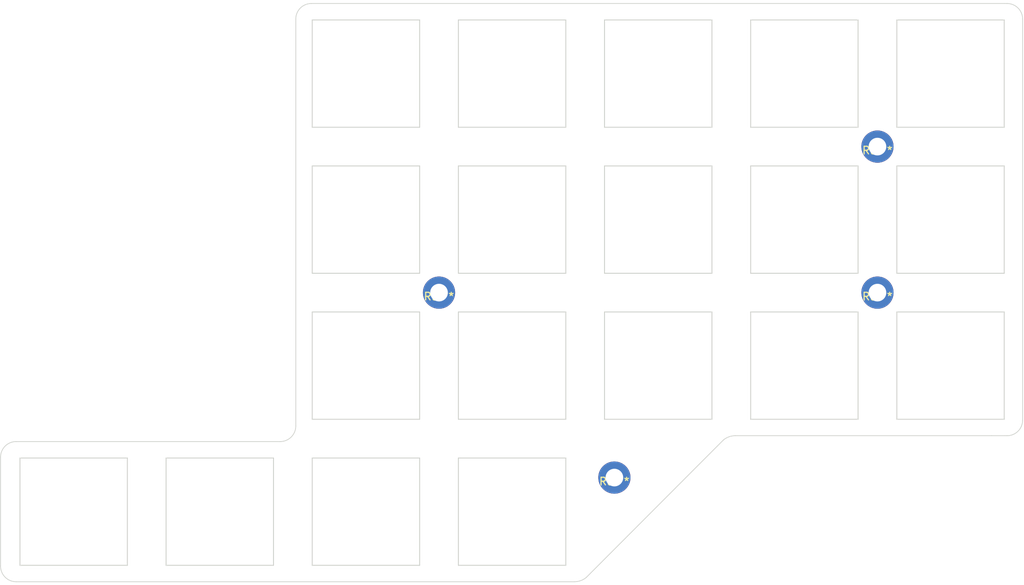
<source format=kicad_pcb>
(kicad_pcb (version 20210925) (generator pcbnew)
  (layers (0 "F.Cu" signal) (31 "B.Cu" signal) (34 "B.Paste" user) (35 "F.Paste" user) (36 "B.SilkS" user "B.Silkscreen") (37 "F.SilkS" user "F.Silkscreen") (38 "B.Mask" user) (39 "F.Mask" user) (44 "Edge.Cuts" user))
  (net 0 "")
  (footprint "kbd:SW_Hole" (layer "F.Cu") (at 123.19 69.85)
    (fp_text reference "SW2" hide)
    (fp_text value "KEY_SWITCH" hide)
    (fp_line (start 7 -7) (end -7 -7) (layer "Edge.Cuts") (width 0.12))
    (fp_line (start -7 7) (end 7 7) (layer "Edge.Cuts") (width 0.12))
    (fp_line (start 7 7) (end 7 -7) (layer "Edge.Cuts") (width 0.12))
    (fp_line (start -7 -7) (end -7 7) (layer "Edge.Cuts") (width 0.12))
  )
  (footprint "kbd:SW_Hole" (layer "F.Cu") (at 123.19 127)
    (fp_text reference "SW2" hide)
    (fp_text value "KEY_SWITCH" hide)
    (fp_line (start -7 7) (end 7 7) (layer "Edge.Cuts") (width 0.12))
    (fp_line (start 7 7) (end 7 -7) (layer "Edge.Cuts") (width 0.12))
    (fp_line (start 7 -7) (end -7 -7) (layer "Edge.Cuts") (width 0.12))
    (fp_line (start -7 -7) (end -7 7) (layer "Edge.Cuts") (width 0.12))
  )
  (footprint "kbd:SW_Hole" (layer "F.Cu") (at 161.29 69.85)
    (fp_text reference "SW2" hide)
    (fp_text value "KEY_SWITCH" hide)
    (fp_line (start 7 -7) (end -7 -7) (layer "Edge.Cuts") (width 0.12))
    (fp_line (start 7 7) (end 7 -7) (layer "Edge.Cuts") (width 0.12))
    (fp_line (start -7 7) (end 7 7) (layer "Edge.Cuts") (width 0.12))
    (fp_line (start -7 -7) (end -7 7) (layer "Edge.Cuts") (width 0.12))
  )
  (footprint "kbd:SW_Hole" (layer "F.Cu") (at 199.39 88.9)
    (fp_text reference "SW2" hide)
    (fp_text value "KEY_SWITCH" hide)
    (fp_line (start 7 7) (end 7 -7) (layer "Edge.Cuts") (width 0.12))
    (fp_line (start -7 -7) (end -7 7) (layer "Edge.Cuts") (width 0.12))
    (fp_line (start -7 7) (end 7 7) (layer "Edge.Cuts") (width 0.12))
    (fp_line (start 7 -7) (end -7 -7) (layer "Edge.Cuts") (width 0.12))
  )
  (footprint "kbd:M2_Hole_TH" (layer "F.Cu") (at 189.865 79.375)
    (fp_text reference "Ref**" (at 0 0.5) (layer "F.SilkS"))
    (fp_text value "Val**")
    (pad "" thru_hole circle locked (at 0 0) (size 4.2 4.2) (drill 2.3) (layers *.Cu *.Mask))
  )
  (footprint "kbd:M2_Hole_TH" (layer "F.Cu") (at 155.575 122.555)
    (fp_text reference "Ref**" (at 0 0.5) (layer "F.SilkS"))
    (fp_text value "Val**")
    (pad "" thru_hole circle locked (at 0 0) (size 4.2 4.2) (drill 2.3) (layers *.Cu *.Mask))
  )
  (footprint "kbd:SW_Hole" (layer "F.Cu") (at 123.19 107.95)
    (fp_text reference "SW2" hide)
    (fp_text value "KEY_SWITCH" hide)
    (fp_line (start -7 7) (end 7 7) (layer "Edge.Cuts") (width 0.12))
    (fp_line (start -7 -7) (end -7 7) (layer "Edge.Cuts") (width 0.12))
    (fp_line (start 7 -7) (end -7 -7) (layer "Edge.Cuts") (width 0.12))
    (fp_line (start 7 7) (end 7 -7) (layer "Edge.Cuts") (width 0.12))
  )
  (footprint "kbd:SW_Hole" (layer "F.Cu") (at 161.29 88.9)
    (fp_text reference "SW2" hide)
    (fp_text value "KEY_SWITCH" hide)
    (fp_line (start -7 -7) (end -7 7) (layer "Edge.Cuts") (width 0.12))
    (fp_line (start -7 7) (end 7 7) (layer "Edge.Cuts") (width 0.12))
    (fp_line (start 7 -7) (end -7 -7) (layer "Edge.Cuts") (width 0.12))
    (fp_line (start 7 7) (end 7 -7) (layer "Edge.Cuts") (width 0.12))
  )
  (footprint "kbd:M2_Hole_TH" (layer "F.Cu") (at 132.715 98.425)
    (fp_text reference "Ref**" (at 0 0.5) (layer "F.SilkS"))
    (fp_text value "Val**")
    (pad "" thru_hole circle locked (at 0 0) (size 4.2 4.2) (drill 2.3) (layers *.Cu *.Mask))
  )
  (footprint "kbd:SW_Hole" (layer "F.Cu") (at 142.24 127)
    (fp_text reference "SW2" hide)
    (fp_text value "KEY_SWITCH" hide)
    (fp_line (start 7 -7) (end -7 -7) (layer "Edge.Cuts") (width 0.12))
    (fp_line (start 7 7) (end 7 -7) (layer "Edge.Cuts") (width 0.12))
    (fp_line (start -7 7) (end 7 7) (layer "Edge.Cuts") (width 0.12))
    (fp_line (start -7 -7) (end -7 7) (layer "Edge.Cuts") (width 0.12))
  )
  (footprint "kbd:SW_Hole" (layer "F.Cu") (at 180.34 88.9)
    (fp_text reference "SW2" hide)
    (fp_text value "KEY_SWITCH" hide)
    (fp_line (start -7 7) (end 7 7) (layer "Edge.Cuts") (width 0.12))
    (fp_line (start 7 7) (end 7 -7) (layer "Edge.Cuts") (width 0.12))
    (fp_line (start 7 -7) (end -7 -7) (layer "Edge.Cuts") (width 0.12))
    (fp_line (start -7 -7) (end -7 7) (layer "Edge.Cuts") (width 0.12))
  )
  (footprint "kbd:SW_Hole" (layer "F.Cu") (at 85.09 127)
    (fp_text reference "SW2" hide)
    (fp_text value "KEY_SWITCH" hide)
    (fp_line (start -7 -7) (end -7 7) (layer "Edge.Cuts") (width 0.12))
    (fp_line (start -7 7) (end 7 7) (layer "Edge.Cuts") (width 0.12))
    (fp_line (start 7 7) (end 7 -7) (layer "Edge.Cuts") (width 0.12))
    (fp_line (start 7 -7) (end -7 -7) (layer "Edge.Cuts") (width 0.12))
  )
  (footprint "kbd:SW_Hole" (layer "F.Cu") (at 142.24 88.9)
    (fp_text reference "SW2" hide)
    (fp_text value "KEY_SWITCH" hide)
    (fp_line (start -7 -7) (end -7 7) (layer "Edge.Cuts") (width 0.12))
    (fp_line (start 7 -7) (end -7 -7) (layer "Edge.Cuts") (width 0.12))
    (fp_line (start 7 7) (end 7 -7) (layer "Edge.Cuts") (width 0.12))
    (fp_line (start -7 7) (end 7 7) (layer "Edge.Cuts") (width 0.12))
  )
  (footprint "kbd:SW_Hole" (layer "F.Cu") (at 142.24 69.85)
    (fp_text reference "SW2" hide)
    (fp_text value "KEY_SWITCH" hide)
    (fp_line (start 7 -7) (end -7 -7) (layer "Edge.Cuts") (width 0.12))
    (fp_line (start 7 7) (end 7 -7) (layer "Edge.Cuts") (width 0.12))
    (fp_line (start -7 -7) (end -7 7) (layer "Edge.Cuts") (width 0.12))
    (fp_line (start -7 7) (end 7 7) (layer "Edge.Cuts") (width 0.12))
  )
  (footprint "kbd:SW_Hole" (layer "F.Cu") (at 123.19 88.9)
    (fp_text reference "SW2" hide)
    (fp_text value "KEY_SWITCH" hide)
    (fp_line (start 7 -7) (end -7 -7) (layer "Edge.Cuts") (width 0.12))
    (fp_line (start -7 -7) (end -7 7) (layer "Edge.Cuts") (width 0.12))
    (fp_line (start -7 7) (end 7 7) (layer "Edge.Cuts") (width 0.12))
    (fp_line (start 7 7) (end 7 -7) (layer "Edge.Cuts") (width 0.12))
  )
  (footprint "kbd:SW_Hole" (layer "F.Cu") (at 161.29 107.95)
    (fp_text reference "SW2" hide)
    (fp_text value "KEY_SWITCH" hide)
    (fp_line (start -7 7) (end 7 7) (layer "Edge.Cuts") (width 0.12))
    (fp_line (start 7 7) (end 7 -7) (layer "Edge.Cuts") (width 0.12))
    (fp_line (start 7 -7) (end -7 -7) (layer "Edge.Cuts") (width 0.12))
    (fp_line (start -7 -7) (end -7 7) (layer "Edge.Cuts") (width 0.12))
  )
  (footprint "kbd:SW_Hole" (layer "F.Cu") (at 199.39 107.95)
    (fp_text reference "SW2" hide)
    (fp_text value "KEY_SWITCH" hide)
    (fp_line (start -7 -7) (end -7 7) (layer "Edge.Cuts") (width 0.12))
    (fp_line (start -7 7) (end 7 7) (layer "Edge.Cuts") (width 0.12))
    (fp_line (start 7 -7) (end -7 -7) (layer "Edge.Cuts") (width 0.12))
    (fp_line (start 7 7) (end 7 -7) (layer "Edge.Cuts") (width 0.12))
  )
  (footprint "kbd:SW_Hole" (layer "F.Cu") (at 180.34 69.85)
    (fp_text reference "SW2" hide)
    (fp_text value "KEY_SWITCH" hide)
    (fp_line (start -7 7) (end 7 7) (layer "Edge.Cuts") (width 0.12))
    (fp_line (start 7 7) (end 7 -7) (layer "Edge.Cuts") (width 0.12))
    (fp_line (start 7 -7) (end -7 -7) (layer "Edge.Cuts") (width 0.12))
    (fp_line (start -7 -7) (end -7 7) (layer "Edge.Cuts") (width 0.12))
  )
  (footprint "kbd:M2_Hole_TH" (layer "F.Cu") (at 189.865 98.425)
    (fp_text reference "Ref**" (at 0 0.5) (layer "F.SilkS"))
    (fp_text value "Val**")
    (pad "" thru_hole circle locked (at 0 0) (size 4.2 4.2) (drill 2.3) (layers *.Cu *.Mask))
  )
  (footprint "kbd:SW_Hole" (layer "F.Cu") (at 142.24 107.95)
    (fp_text reference "SW2" hide)
    (fp_text value "KEY_SWITCH" hide)
    (fp_line (start -7 -7) (end -7 7) (layer "Edge.Cuts") (width 0.12))
    (fp_line (start -7 7) (end 7 7) (layer "Edge.Cuts") (width 0.12))
    (fp_line (start 7 7) (end 7 -7) (layer "Edge.Cuts") (width 0.12))
    (fp_line (start 7 -7) (end -7 -7) (layer "Edge.Cuts") (width 0.12))
  )
  (footprint "kbd:SW_Hole" (layer "F.Cu") (at 104.14 127)
    (fp_text reference "SW2" hide)
    (fp_text value "KEY_SWITCH" hide)
    (fp_line (start -7 7) (end 7 7) (layer "Edge.Cuts") (width 0.12))
    (fp_line (start 7 -7) (end -7 -7) (layer "Edge.Cuts") (width 0.12))
    (fp_line (start 7 7) (end 7 -7) (layer "Edge.Cuts") (width 0.12))
    (fp_line (start -7 -7) (end -7 7) (layer "Edge.Cuts") (width 0.12))
  )
  (footprint "kbd:SW_Hole" (layer "F.Cu") (at 199.39 69.85)
    (fp_text reference "SW2" hide)
    (fp_text value "KEY_SWITCH" hide)
    (fp_line (start -7 -7) (end -7 7) (layer "Edge.Cuts") (width 0.12))
    (fp_line (start 7 -7) (end -7 -7) (layer "Edge.Cuts") (width 0.12))
    (fp_line (start 7 7) (end 7 -7) (layer "Edge.Cuts") (width 0.12))
    (fp_line (start -7 7) (end 7 7) (layer "Edge.Cuts") (width 0.12))
  )
  (footprint "kbd:SW_Hole" (layer "F.Cu") (at 180.34 107.95)
    (fp_text reference "SW2" hide)
    (fp_text value "KEY_SWITCH" hide)
    (fp_line (start -7 7) (end 7 7) (layer "Edge.Cuts") (width 0.12))
    (fp_line (start 7 -7) (end -7 -7) (layer "Edge.Cuts") (width 0.12))
    (fp_line (start -7 -7) (end -7 7) (layer "Edge.Cuts") (width 0.12))
    (fp_line (start 7 7) (end 7 -7) (layer "Edge.Cuts") (width 0.12))
  )
  (gr_arc (start 206.756001 115.062) (end 208.788 115.062) (angle 90) (layer "Edge.Cuts") (width 0.1))
  (gr_arc (start 112.014 115.824) (end 114.045999 115.824) (angle 90) (layer "Edge.Cuts") (width 0.1))
  (gr_line (start 114.046001 62.738) (end 114.045999 115.824) (layer "Edge.Cuts") (width 0.1))
  (gr_arc (start 77.597 119.888) (end 75.565001 119.888) (angle 90) (layer "Edge.Cuts") (width 0.1))
  (gr_line (start 206.756 60.706) (end 116.078 60.706001) (layer "Edge.Cuts") (width 0.1))
  (gr_arc (start 171.328457 119.5046) (end 171.323 117.094) (angle -40) (layer "Edge.Cuts") (width 0.1))
  (gr_arc (start 206.756 62.737999) (end 206.756 60.706) (angle 90) (layer "Edge.Cuts") (width 0.1))
  (gr_line (start 151.916228 135.576518) (end 169.774772 117.661482) (layer "Edge.Cuts") (width 0.1))
  (gr_arc (start 77.597 134.112001) (end 77.597 136.144) (angle 90) (layer "Edge.Cuts") (width 0.1))
  (gr_line (start 204.724 117.094) (end 171.323 117.094) (layer "Edge.Cuts") (width 0.1))
  (gr_line (start 208.788 115.062) (end 208.788 62.738) (layer "Edge.Cuts") (width 0.1))
  (gr_arc (start 116.078 62.738) (end 114.046001 62.738) (angle 90) (layer "Edge.Cuts") (width 0.1))
  (gr_line (start 112.014 117.855999) (end 77.597 117.856001) (layer "Edge.Cuts") (width 0.1))
  (gr_line (start 150.368 136.144) (end 77.597 136.144) (layer "Edge.Cuts") (width 0.1))
  (gr_line (start 204.724 117.094) (end 206.756 117.094) (layer "Edge.Cuts") (width 0.1))
  (gr_line (start 75.565001 119.888) (end 75.565 134.112) (layer "Edge.Cuts") (width 0.1))
  (gr_arc (start 150.362543 133.7334) (end 150.368 136.144) (angle -40) (layer "Edge.Cuts") (width 0.1))
)
</source>
